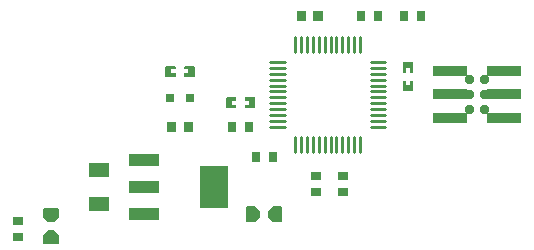
<source format=gtp>
G04 Layer: TopPasteMaskLayer*
G04 EasyEDA v6.4.25, 2021-10-07T01:57:40+02:00*
G04 74d54719dcbb48859515a23e3f46d2e4,21b141c4020943fdbba11dee5124b23b,10*
G04 Gerber Generator version 0.2*
G04 Scale: 100 percent, Rotated: No, Reflected: No *
G04 Dimensions in millimeters *
G04 leading zeros omitted , absolute positions ,4 integer and 5 decimal *
%FSLAX45Y45*%
%MOMM*%

%ADD17C,0.2700*%
%ADD18R,3.0000X0.8900*%
%ADD19R,0.8000X0.8000*%
%ADD21R,0.8000X0.9000*%
%ADD22R,0.9000X0.8000*%
%ADD23R,1.7280X1.1901*%
%ADD27R,2.5000X1.1000*%

%LPD*%
G36*
X2046122Y-1110691D02*
G01*
X2041093Y-1115720D01*
X2041093Y-1138478D01*
X2078075Y-1138478D01*
X2078075Y-1171498D01*
X2041093Y-1171498D01*
X2041093Y-1195679D01*
X2046122Y-1200708D01*
X2126081Y-1200708D01*
X2131110Y-1195679D01*
X2131110Y-1115720D01*
X2126081Y-1110691D01*
G37*
G36*
X1887118Y-1110691D02*
G01*
X1882089Y-1115720D01*
X1882089Y-1195679D01*
X1887118Y-1200708D01*
X1966112Y-1200708D01*
X1971090Y-1195679D01*
X1971090Y-1171498D01*
X1933092Y-1171498D01*
X1933092Y-1138478D01*
X1971090Y-1138478D01*
X1971090Y-1115720D01*
X1966112Y-1110691D01*
G37*
G36*
X855522Y-2310536D02*
G01*
X845566Y-2320544D01*
X845566Y-2389276D01*
X892352Y-2427782D01*
X936447Y-2427782D01*
X983234Y-2389276D01*
X983234Y-2320544D01*
X973226Y-2310536D01*
G37*
G36*
X892352Y-2499817D02*
G01*
X845566Y-2538323D01*
X845566Y-2607056D01*
X855522Y-2617063D01*
X973226Y-2617063D01*
X983234Y-2607056D01*
X983234Y-2538323D01*
X936447Y-2499817D01*
G37*
G36*
X2574544Y-2293366D02*
G01*
X2564536Y-2303373D01*
X2564536Y-2421026D01*
X2574544Y-2431034D01*
X2643276Y-2431034D01*
X2681782Y-2384247D01*
X2681782Y-2340152D01*
X2643276Y-2293366D01*
G37*
G36*
X2792323Y-2293366D02*
G01*
X2753817Y-2340152D01*
X2753817Y-2384247D01*
X2792323Y-2431034D01*
X2861056Y-2431034D01*
X2871063Y-2421026D01*
X2871063Y-2303373D01*
X2861056Y-2293366D01*
G37*
G36*
X2559304Y-1375613D02*
G01*
X2554325Y-1380591D01*
X2554325Y-1403400D01*
X2591308Y-1403400D01*
X2591308Y-1436420D01*
X2554325Y-1436420D01*
X2554325Y-1460601D01*
X2559304Y-1465630D01*
X2639314Y-1465630D01*
X2644292Y-1460601D01*
X2644292Y-1380591D01*
X2639314Y-1375613D01*
G37*
G36*
X2400300Y-1375613D02*
G01*
X2395321Y-1380591D01*
X2395321Y-1460601D01*
X2400300Y-1465630D01*
X2479294Y-1465630D01*
X2484323Y-1460601D01*
X2484323Y-1436420D01*
X2446324Y-1436420D01*
X2446324Y-1403400D01*
X2484323Y-1403400D01*
X2484323Y-1380591D01*
X2479294Y-1375613D01*
G37*
G36*
X3896207Y-1234897D02*
G01*
X3891229Y-1239926D01*
X3891229Y-1319885D01*
X3896207Y-1324914D01*
X3976217Y-1324914D01*
X3981196Y-1319885D01*
X3981196Y-1239926D01*
X3976217Y-1234897D01*
X3953408Y-1234897D01*
X3953408Y-1271879D01*
X3920388Y-1271879D01*
X3920388Y-1234897D01*
G37*
G36*
X3896207Y-1075893D02*
G01*
X3891229Y-1080922D01*
X3891229Y-1159916D01*
X3896207Y-1164894D01*
X3920388Y-1164894D01*
X3920388Y-1126896D01*
X3953408Y-1126896D01*
X3953408Y-1164894D01*
X3976217Y-1164894D01*
X3981196Y-1159916D01*
X3981196Y-1080922D01*
X3976217Y-1075893D01*
G37*
D17*
X2981274Y-1714012D02*
G01*
X2981274Y-1837011D01*
X3031286Y-1714012D02*
G01*
X3031286Y-1837011D01*
X3081274Y-1714012D02*
G01*
X3081274Y-1837011D01*
X3131286Y-1714012D02*
G01*
X3131286Y-1837011D01*
X3181273Y-1714012D02*
G01*
X3181273Y-1837011D01*
X3231286Y-1714012D02*
G01*
X3231286Y-1837011D01*
X3281273Y-1714012D02*
G01*
X3281273Y-1837011D01*
X3331286Y-1714012D02*
G01*
X3331286Y-1837011D01*
X3381273Y-1714012D02*
G01*
X3381273Y-1837011D01*
X3431286Y-1714012D02*
G01*
X3431286Y-1837011D01*
X3481273Y-1714012D02*
G01*
X3481273Y-1837011D01*
X3531285Y-1714012D02*
G01*
X3531285Y-1837011D01*
X3619771Y-1625523D02*
G01*
X3742773Y-1625523D01*
X3619771Y-1575511D02*
G01*
X3742773Y-1575511D01*
X3619771Y-1525523D02*
G01*
X3742773Y-1525523D01*
X3619771Y-1475511D02*
G01*
X3742773Y-1475511D01*
X3619771Y-1425524D02*
G01*
X3742773Y-1425524D01*
X3619771Y-1375511D02*
G01*
X3742773Y-1375511D01*
X3619771Y-1325524D02*
G01*
X3742773Y-1325524D01*
X3619771Y-1275511D02*
G01*
X3742773Y-1275511D01*
X3619771Y-1225524D02*
G01*
X3742773Y-1225524D01*
X3619771Y-1175512D02*
G01*
X3742773Y-1175512D01*
X3619771Y-1125524D02*
G01*
X3742773Y-1125524D01*
X3619771Y-1075512D02*
G01*
X3742773Y-1075512D01*
X3531285Y-864026D02*
G01*
X3531285Y-987026D01*
X3481273Y-864026D02*
G01*
X3481273Y-987026D01*
X3431286Y-864026D02*
G01*
X3431286Y-987026D01*
X3381273Y-864026D02*
G01*
X3381273Y-987026D01*
X3331286Y-864026D02*
G01*
X3331286Y-987026D01*
X3281273Y-864026D02*
G01*
X3281273Y-987026D01*
X3231286Y-864026D02*
G01*
X3231286Y-987026D01*
X3181273Y-864026D02*
G01*
X3181273Y-987026D01*
X3131286Y-864026D02*
G01*
X3131286Y-987026D01*
X3081274Y-864026D02*
G01*
X3081274Y-987026D01*
X3031286Y-864026D02*
G01*
X3031286Y-987026D01*
X2981274Y-864026D02*
G01*
X2981274Y-987026D01*
X2769786Y-1075512D02*
G01*
X2892788Y-1075512D01*
X2769786Y-1125524D02*
G01*
X2892788Y-1125524D01*
X2769786Y-1175512D02*
G01*
X2892788Y-1175512D01*
X2769786Y-1225524D02*
G01*
X2892788Y-1225524D01*
X2769786Y-1275511D02*
G01*
X2892788Y-1275511D01*
X2769786Y-1325524D02*
G01*
X2892788Y-1325524D01*
X2769786Y-1375511D02*
G01*
X2892788Y-1375511D01*
X2769786Y-1425524D02*
G01*
X2892788Y-1425524D01*
X2769786Y-1475511D02*
G01*
X2892788Y-1475511D01*
X2769786Y-1525523D02*
G01*
X2892788Y-1525523D01*
X2769786Y-1575511D02*
G01*
X2892788Y-1575511D01*
X2769786Y-1625523D02*
G01*
X2892788Y-1625523D01*
G36*
X4584700Y-1183629D02*
G01*
X4589449Y-1183909D01*
X4594123Y-1184772D01*
X4598670Y-1186195D01*
X4602988Y-1188151D01*
X4607052Y-1190589D01*
X4610811Y-1193535D01*
X4614163Y-1196888D01*
X4617110Y-1200622D01*
X4619548Y-1204711D01*
X4621504Y-1209029D01*
X4622927Y-1213576D01*
X4623790Y-1218250D01*
X4624070Y-1222999D01*
X4623790Y-1227749D01*
X4622927Y-1232423D01*
X4621504Y-1236969D01*
X4619548Y-1241287D01*
X4617110Y-1245351D01*
X4614163Y-1249111D01*
X4610811Y-1252463D01*
X4607052Y-1255410D01*
X4602988Y-1257848D01*
X4598670Y-1259804D01*
X4594123Y-1261226D01*
X4589449Y-1262090D01*
X4584700Y-1262369D01*
X4579950Y-1262090D01*
X4575276Y-1261226D01*
X4570729Y-1259804D01*
X4566411Y-1257848D01*
X4562322Y-1255410D01*
X4558588Y-1252463D01*
X4555236Y-1249111D01*
X4552289Y-1245351D01*
X4549851Y-1241287D01*
X4547895Y-1236969D01*
X4546472Y-1232423D01*
X4545609Y-1227749D01*
X4545329Y-1222999D01*
X4545609Y-1218250D01*
X4546472Y-1213576D01*
X4547895Y-1209029D01*
X4549851Y-1204711D01*
X4552289Y-1200622D01*
X4555236Y-1196888D01*
X4558588Y-1193535D01*
X4562322Y-1190589D01*
X4566411Y-1188151D01*
X4570729Y-1186195D01*
X4575276Y-1184772D01*
X4579950Y-1183909D01*
G37*
G36*
X4584700Y-1310629D02*
G01*
X4589449Y-1310909D01*
X4594123Y-1311772D01*
X4598670Y-1313195D01*
X4602988Y-1315151D01*
X4607052Y-1317589D01*
X4610811Y-1320535D01*
X4614163Y-1323888D01*
X4617110Y-1327622D01*
X4619548Y-1331711D01*
X4621504Y-1336029D01*
X4622927Y-1340576D01*
X4623790Y-1345250D01*
X4624070Y-1349999D01*
X4623790Y-1354749D01*
X4622927Y-1359423D01*
X4621504Y-1363969D01*
X4619548Y-1368287D01*
X4617110Y-1372351D01*
X4614163Y-1376111D01*
X4610811Y-1379463D01*
X4607052Y-1382410D01*
X4602988Y-1384848D01*
X4598670Y-1386804D01*
X4594123Y-1388226D01*
X4589449Y-1389090D01*
X4584700Y-1389369D01*
X4579950Y-1389090D01*
X4575276Y-1388226D01*
X4570729Y-1386804D01*
X4566411Y-1384848D01*
X4562322Y-1382410D01*
X4558588Y-1379463D01*
X4555236Y-1376111D01*
X4552289Y-1372351D01*
X4549851Y-1368287D01*
X4547895Y-1363969D01*
X4546472Y-1359423D01*
X4545609Y-1354749D01*
X4545329Y-1349999D01*
X4545609Y-1345250D01*
X4546472Y-1340576D01*
X4547895Y-1336029D01*
X4549851Y-1331711D01*
X4552289Y-1327622D01*
X4555236Y-1323888D01*
X4558588Y-1320535D01*
X4562322Y-1317589D01*
X4566411Y-1315151D01*
X4570729Y-1313195D01*
X4575276Y-1311772D01*
X4579950Y-1310909D01*
G37*
G36*
X4584700Y-1437629D02*
G01*
X4589449Y-1437909D01*
X4594123Y-1438772D01*
X4598670Y-1440195D01*
X4602988Y-1442151D01*
X4607052Y-1444589D01*
X4610811Y-1447535D01*
X4614163Y-1450888D01*
X4617110Y-1454622D01*
X4619548Y-1458711D01*
X4621504Y-1463029D01*
X4622927Y-1467576D01*
X4623790Y-1472250D01*
X4624070Y-1476999D01*
X4623790Y-1481749D01*
X4622927Y-1486423D01*
X4621504Y-1490969D01*
X4619548Y-1495287D01*
X4617110Y-1499351D01*
X4614163Y-1503111D01*
X4610811Y-1506463D01*
X4607052Y-1509410D01*
X4602988Y-1511848D01*
X4598670Y-1513804D01*
X4594123Y-1515226D01*
X4589449Y-1516090D01*
X4584700Y-1516369D01*
X4579950Y-1516090D01*
X4575276Y-1515226D01*
X4570729Y-1513804D01*
X4566411Y-1511848D01*
X4562322Y-1509410D01*
X4558588Y-1506463D01*
X4555236Y-1503111D01*
X4552289Y-1499351D01*
X4549851Y-1495287D01*
X4547895Y-1490969D01*
X4546472Y-1486423D01*
X4545609Y-1481749D01*
X4545329Y-1476999D01*
X4545609Y-1472250D01*
X4546472Y-1467576D01*
X4547895Y-1463029D01*
X4549851Y-1458711D01*
X4552289Y-1454622D01*
X4555236Y-1450888D01*
X4558588Y-1447535D01*
X4562322Y-1444589D01*
X4566411Y-1442151D01*
X4570729Y-1440195D01*
X4575276Y-1438772D01*
X4579950Y-1437909D01*
G37*
G36*
X4457700Y-1437629D02*
G01*
X4462449Y-1437909D01*
X4467123Y-1438772D01*
X4471670Y-1440195D01*
X4475988Y-1442151D01*
X4480077Y-1444589D01*
X4483811Y-1447535D01*
X4487163Y-1450888D01*
X4490110Y-1454622D01*
X4492548Y-1458711D01*
X4494504Y-1463029D01*
X4495927Y-1467576D01*
X4496790Y-1472250D01*
X4497070Y-1476999D01*
X4496790Y-1481749D01*
X4495927Y-1486423D01*
X4494504Y-1490969D01*
X4492548Y-1495287D01*
X4490110Y-1499351D01*
X4487163Y-1503111D01*
X4483811Y-1506463D01*
X4480077Y-1509410D01*
X4475988Y-1511848D01*
X4471670Y-1513804D01*
X4467123Y-1515226D01*
X4462449Y-1516090D01*
X4457700Y-1516369D01*
X4452950Y-1516090D01*
X4448276Y-1515226D01*
X4443729Y-1513804D01*
X4439411Y-1511848D01*
X4435347Y-1509410D01*
X4431588Y-1506463D01*
X4428236Y-1503111D01*
X4425289Y-1499351D01*
X4422851Y-1495287D01*
X4420895Y-1490969D01*
X4419472Y-1486423D01*
X4418609Y-1481749D01*
X4418329Y-1476999D01*
X4418609Y-1472250D01*
X4419472Y-1467576D01*
X4420895Y-1463029D01*
X4422851Y-1458711D01*
X4425289Y-1454622D01*
X4428236Y-1450888D01*
X4431588Y-1447535D01*
X4435347Y-1444589D01*
X4439411Y-1442151D01*
X4443729Y-1440195D01*
X4448276Y-1438772D01*
X4452950Y-1437909D01*
G37*
G36*
X4457700Y-1310629D02*
G01*
X4462449Y-1310909D01*
X4467123Y-1311772D01*
X4471670Y-1313195D01*
X4475988Y-1315151D01*
X4480077Y-1317589D01*
X4483811Y-1320535D01*
X4487163Y-1323888D01*
X4490110Y-1327622D01*
X4492548Y-1331711D01*
X4494504Y-1336029D01*
X4495927Y-1340576D01*
X4496790Y-1345250D01*
X4497070Y-1349999D01*
X4496790Y-1354749D01*
X4495927Y-1359423D01*
X4494504Y-1363969D01*
X4492548Y-1368287D01*
X4490110Y-1372351D01*
X4487163Y-1376111D01*
X4483811Y-1379463D01*
X4480077Y-1382410D01*
X4475988Y-1384848D01*
X4471670Y-1386804D01*
X4467123Y-1388226D01*
X4462449Y-1389090D01*
X4457700Y-1389369D01*
X4452950Y-1389090D01*
X4448276Y-1388226D01*
X4443729Y-1386804D01*
X4439411Y-1384848D01*
X4435347Y-1382410D01*
X4431588Y-1379463D01*
X4428236Y-1376111D01*
X4425289Y-1372351D01*
X4422851Y-1368287D01*
X4420895Y-1363969D01*
X4419472Y-1359423D01*
X4418609Y-1354749D01*
X4418329Y-1349999D01*
X4418609Y-1345250D01*
X4419472Y-1340576D01*
X4420895Y-1336029D01*
X4422851Y-1331711D01*
X4425289Y-1327622D01*
X4428236Y-1323888D01*
X4431588Y-1320535D01*
X4435347Y-1317589D01*
X4439411Y-1315151D01*
X4443729Y-1313195D01*
X4448276Y-1311772D01*
X4452950Y-1310909D01*
G37*
G36*
X4457700Y-1183629D02*
G01*
X4462449Y-1183909D01*
X4467123Y-1184772D01*
X4471670Y-1186195D01*
X4475988Y-1188151D01*
X4480077Y-1190589D01*
X4483811Y-1193535D01*
X4487163Y-1196888D01*
X4490110Y-1200622D01*
X4492548Y-1204711D01*
X4494504Y-1209029D01*
X4495927Y-1213576D01*
X4496790Y-1218250D01*
X4497070Y-1222999D01*
X4496790Y-1227749D01*
X4495927Y-1232423D01*
X4494504Y-1236969D01*
X4492548Y-1241287D01*
X4490110Y-1245351D01*
X4487163Y-1249111D01*
X4483811Y-1252463D01*
X4480077Y-1255410D01*
X4475988Y-1257848D01*
X4471670Y-1259804D01*
X4467123Y-1261226D01*
X4462449Y-1262090D01*
X4457700Y-1262369D01*
X4452950Y-1262090D01*
X4448276Y-1261226D01*
X4443729Y-1259804D01*
X4439411Y-1257848D01*
X4435347Y-1255410D01*
X4431588Y-1252463D01*
X4428236Y-1249111D01*
X4425289Y-1245351D01*
X4422851Y-1241287D01*
X4420895Y-1236969D01*
X4419472Y-1232423D01*
X4418609Y-1227749D01*
X4418329Y-1222999D01*
X4418609Y-1218250D01*
X4419472Y-1213576D01*
X4420895Y-1209029D01*
X4422851Y-1204711D01*
X4425289Y-1200622D01*
X4428236Y-1196888D01*
X4431588Y-1193535D01*
X4435347Y-1190589D01*
X4439411Y-1188151D01*
X4443729Y-1186195D01*
X4448276Y-1184772D01*
X4452950Y-1183909D01*
G37*
D18*
G01*
X4746193Y-1550009D03*
G01*
X4296206Y-1550009D03*
G01*
X4746193Y-1350010D03*
G01*
X4296206Y-1350010D03*
G01*
X4746193Y-1150010D03*
G01*
X4296206Y-1150010D03*
D19*
G01*
X2091690Y-1384300D03*
G01*
X1921510Y-1384300D03*
G36*
X2036599Y-1580598D02*
G01*
X2116599Y-1580598D01*
X2116599Y-1670601D01*
X2036599Y-1670601D01*
G37*
G36*
X1896600Y-1580598D02*
G01*
X1976600Y-1580598D01*
X1976600Y-1670601D01*
X1896600Y-1670601D01*
G37*
D22*
G01*
X635000Y-2559202D03*
G01*
X635000Y-2419197D03*
D21*
G01*
X3905097Y-685800D03*
G01*
X4045102Y-685800D03*
D23*
G01*
X1320800Y-1989099D03*
G01*
X1320800Y-2278100D03*
D27*
G01*
X1700809Y-1903196D03*
G01*
X1700809Y-2133193D03*
G01*
X1700809Y-2363190D03*
G36*
X2177803Y-2313200D02*
G01*
X2177803Y-1953201D01*
X2411803Y-1953201D01*
X2411803Y-2313200D01*
G37*
D22*
G01*
X3155010Y-2178608D03*
G01*
X3155010Y-2038604D03*
G01*
X3383610Y-2178608D03*
G01*
X3383610Y-2038604D03*
D21*
G01*
X2653207Y-1880006D03*
G01*
X2793212Y-1880006D03*
G01*
X2450007Y-1626006D03*
G01*
X2590012Y-1626006D03*
G36*
X3134202Y-641202D02*
G01*
X3214202Y-641202D01*
X3214202Y-731205D01*
X3134202Y-731205D01*
G37*
G36*
X2994202Y-641202D02*
G01*
X3074202Y-641202D01*
X3074202Y-731205D01*
X2994202Y-731205D01*
G37*
G01*
X3542207Y-686206D03*
G01*
X3682212Y-686206D03*
M02*

</source>
